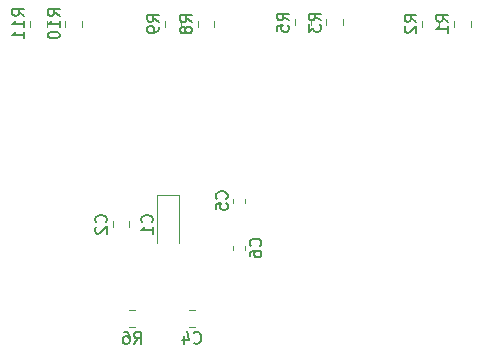
<source format=gbr>
%TF.GenerationSoftware,KiCad,Pcbnew,5.1.5-52549c5~84~ubuntu19.04.1*%
%TF.CreationDate,2020-02-04T18:47:48+03:00*%
%TF.ProjectId,RGBcontroller_V1,52474263-6f6e-4747-926f-6c6c65725f56,rev?*%
%TF.SameCoordinates,Original*%
%TF.FileFunction,Legend,Bot*%
%TF.FilePolarity,Positive*%
%FSLAX46Y46*%
G04 Gerber Fmt 4.6, Leading zero omitted, Abs format (unit mm)*
G04 Created by KiCad (PCBNEW 5.1.5-52549c5~84~ubuntu19.04.1) date 2020-02-04 18:47:48*
%MOMM*%
%LPD*%
G04 APERTURE LIST*
%ADD10C,0.120000*%
%ADD11C,0.150000*%
G04 APERTURE END LIST*
D10*
X114710000Y-61741422D02*
X114710000Y-62258578D01*
X113290000Y-61741422D02*
X113290000Y-62258578D01*
X117710000Y-61741422D02*
X117710000Y-62258578D01*
X116290000Y-61741422D02*
X116290000Y-62258578D01*
X126110000Y-61741422D02*
X126110000Y-62258578D01*
X124690000Y-61741422D02*
X124690000Y-62258578D01*
X128910000Y-61778922D02*
X128910000Y-62296078D01*
X127490000Y-61778922D02*
X127490000Y-62296078D01*
X121678922Y-86290000D02*
X122196078Y-86290000D01*
X121678922Y-87710000D02*
X122196078Y-87710000D01*
X137110000Y-61641422D02*
X137110000Y-62158578D01*
X135690000Y-61641422D02*
X135690000Y-62158578D01*
X139810000Y-61641422D02*
X139810000Y-62158578D01*
X138390000Y-61641422D02*
X138390000Y-62158578D01*
X147910000Y-61741422D02*
X147910000Y-62258578D01*
X146490000Y-61741422D02*
X146490000Y-62258578D01*
X150610000Y-61741422D02*
X150610000Y-62258578D01*
X149190000Y-61741422D02*
X149190000Y-62258578D01*
X130490000Y-81171267D02*
X130490000Y-80828733D01*
X131510000Y-81171267D02*
X131510000Y-80828733D01*
X131510000Y-76828733D02*
X131510000Y-77171267D01*
X130490000Y-76828733D02*
X130490000Y-77171267D01*
X126741422Y-86290000D02*
X127258578Y-86290000D01*
X126741422Y-87710000D02*
X127258578Y-87710000D01*
X121710000Y-78738748D02*
X121710000Y-79261252D01*
X120290000Y-78738748D02*
X120290000Y-79261252D01*
X125935000Y-76515000D02*
X125935000Y-80600000D01*
X124065000Y-76515000D02*
X125935000Y-76515000D01*
X124065000Y-80600000D02*
X124065000Y-76515000D01*
D11*
X112802380Y-61357142D02*
X112326190Y-61023809D01*
X112802380Y-60785714D02*
X111802380Y-60785714D01*
X111802380Y-61166666D01*
X111850000Y-61261904D01*
X111897619Y-61309523D01*
X111992857Y-61357142D01*
X112135714Y-61357142D01*
X112230952Y-61309523D01*
X112278571Y-61261904D01*
X112326190Y-61166666D01*
X112326190Y-60785714D01*
X112802380Y-62309523D02*
X112802380Y-61738095D01*
X112802380Y-62023809D02*
X111802380Y-62023809D01*
X111945238Y-61928571D01*
X112040476Y-61833333D01*
X112088095Y-61738095D01*
X112802380Y-63261904D02*
X112802380Y-62690476D01*
X112802380Y-62976190D02*
X111802380Y-62976190D01*
X111945238Y-62880952D01*
X112040476Y-62785714D01*
X112088095Y-62690476D01*
X115802380Y-61357142D02*
X115326190Y-61023809D01*
X115802380Y-60785714D02*
X114802380Y-60785714D01*
X114802380Y-61166666D01*
X114850000Y-61261904D01*
X114897619Y-61309523D01*
X114992857Y-61357142D01*
X115135714Y-61357142D01*
X115230952Y-61309523D01*
X115278571Y-61261904D01*
X115326190Y-61166666D01*
X115326190Y-60785714D01*
X115802380Y-62309523D02*
X115802380Y-61738095D01*
X115802380Y-62023809D02*
X114802380Y-62023809D01*
X114945238Y-61928571D01*
X115040476Y-61833333D01*
X115088095Y-61738095D01*
X114802380Y-62928571D02*
X114802380Y-63023809D01*
X114850000Y-63119047D01*
X114897619Y-63166666D01*
X114992857Y-63214285D01*
X115183333Y-63261904D01*
X115421428Y-63261904D01*
X115611904Y-63214285D01*
X115707142Y-63166666D01*
X115754761Y-63119047D01*
X115802380Y-63023809D01*
X115802380Y-62928571D01*
X115754761Y-62833333D01*
X115707142Y-62785714D01*
X115611904Y-62738095D01*
X115421428Y-62690476D01*
X115183333Y-62690476D01*
X114992857Y-62738095D01*
X114897619Y-62785714D01*
X114850000Y-62833333D01*
X114802380Y-62928571D01*
X124202380Y-61833333D02*
X123726190Y-61500000D01*
X124202380Y-61261904D02*
X123202380Y-61261904D01*
X123202380Y-61642857D01*
X123250000Y-61738095D01*
X123297619Y-61785714D01*
X123392857Y-61833333D01*
X123535714Y-61833333D01*
X123630952Y-61785714D01*
X123678571Y-61738095D01*
X123726190Y-61642857D01*
X123726190Y-61261904D01*
X124202380Y-62309523D02*
X124202380Y-62500000D01*
X124154761Y-62595238D01*
X124107142Y-62642857D01*
X123964285Y-62738095D01*
X123773809Y-62785714D01*
X123392857Y-62785714D01*
X123297619Y-62738095D01*
X123250000Y-62690476D01*
X123202380Y-62595238D01*
X123202380Y-62404761D01*
X123250000Y-62309523D01*
X123297619Y-62261904D01*
X123392857Y-62214285D01*
X123630952Y-62214285D01*
X123726190Y-62261904D01*
X123773809Y-62309523D01*
X123821428Y-62404761D01*
X123821428Y-62595238D01*
X123773809Y-62690476D01*
X123726190Y-62738095D01*
X123630952Y-62785714D01*
X127002380Y-61870833D02*
X126526190Y-61537500D01*
X127002380Y-61299404D02*
X126002380Y-61299404D01*
X126002380Y-61680357D01*
X126050000Y-61775595D01*
X126097619Y-61823214D01*
X126192857Y-61870833D01*
X126335714Y-61870833D01*
X126430952Y-61823214D01*
X126478571Y-61775595D01*
X126526190Y-61680357D01*
X126526190Y-61299404D01*
X126430952Y-62442261D02*
X126383333Y-62347023D01*
X126335714Y-62299404D01*
X126240476Y-62251785D01*
X126192857Y-62251785D01*
X126097619Y-62299404D01*
X126050000Y-62347023D01*
X126002380Y-62442261D01*
X126002380Y-62632738D01*
X126050000Y-62727976D01*
X126097619Y-62775595D01*
X126192857Y-62823214D01*
X126240476Y-62823214D01*
X126335714Y-62775595D01*
X126383333Y-62727976D01*
X126430952Y-62632738D01*
X126430952Y-62442261D01*
X126478571Y-62347023D01*
X126526190Y-62299404D01*
X126621428Y-62251785D01*
X126811904Y-62251785D01*
X126907142Y-62299404D01*
X126954761Y-62347023D01*
X127002380Y-62442261D01*
X127002380Y-62632738D01*
X126954761Y-62727976D01*
X126907142Y-62775595D01*
X126811904Y-62823214D01*
X126621428Y-62823214D01*
X126526190Y-62775595D01*
X126478571Y-62727976D01*
X126430952Y-62632738D01*
X122104166Y-89102380D02*
X122437500Y-88626190D01*
X122675595Y-89102380D02*
X122675595Y-88102380D01*
X122294642Y-88102380D01*
X122199404Y-88150000D01*
X122151785Y-88197619D01*
X122104166Y-88292857D01*
X122104166Y-88435714D01*
X122151785Y-88530952D01*
X122199404Y-88578571D01*
X122294642Y-88626190D01*
X122675595Y-88626190D01*
X121247023Y-88102380D02*
X121437500Y-88102380D01*
X121532738Y-88150000D01*
X121580357Y-88197619D01*
X121675595Y-88340476D01*
X121723214Y-88530952D01*
X121723214Y-88911904D01*
X121675595Y-89007142D01*
X121627976Y-89054761D01*
X121532738Y-89102380D01*
X121342261Y-89102380D01*
X121247023Y-89054761D01*
X121199404Y-89007142D01*
X121151785Y-88911904D01*
X121151785Y-88673809D01*
X121199404Y-88578571D01*
X121247023Y-88530952D01*
X121342261Y-88483333D01*
X121532738Y-88483333D01*
X121627976Y-88530952D01*
X121675595Y-88578571D01*
X121723214Y-88673809D01*
X135202380Y-61733333D02*
X134726190Y-61400000D01*
X135202380Y-61161904D02*
X134202380Y-61161904D01*
X134202380Y-61542857D01*
X134250000Y-61638095D01*
X134297619Y-61685714D01*
X134392857Y-61733333D01*
X134535714Y-61733333D01*
X134630952Y-61685714D01*
X134678571Y-61638095D01*
X134726190Y-61542857D01*
X134726190Y-61161904D01*
X134202380Y-62638095D02*
X134202380Y-62161904D01*
X134678571Y-62114285D01*
X134630952Y-62161904D01*
X134583333Y-62257142D01*
X134583333Y-62495238D01*
X134630952Y-62590476D01*
X134678571Y-62638095D01*
X134773809Y-62685714D01*
X135011904Y-62685714D01*
X135107142Y-62638095D01*
X135154761Y-62590476D01*
X135202380Y-62495238D01*
X135202380Y-62257142D01*
X135154761Y-62161904D01*
X135107142Y-62114285D01*
X137902380Y-61733333D02*
X137426190Y-61400000D01*
X137902380Y-61161904D02*
X136902380Y-61161904D01*
X136902380Y-61542857D01*
X136950000Y-61638095D01*
X136997619Y-61685714D01*
X137092857Y-61733333D01*
X137235714Y-61733333D01*
X137330952Y-61685714D01*
X137378571Y-61638095D01*
X137426190Y-61542857D01*
X137426190Y-61161904D01*
X136902380Y-62066666D02*
X136902380Y-62685714D01*
X137283333Y-62352380D01*
X137283333Y-62495238D01*
X137330952Y-62590476D01*
X137378571Y-62638095D01*
X137473809Y-62685714D01*
X137711904Y-62685714D01*
X137807142Y-62638095D01*
X137854761Y-62590476D01*
X137902380Y-62495238D01*
X137902380Y-62209523D01*
X137854761Y-62114285D01*
X137807142Y-62066666D01*
X146002380Y-61833333D02*
X145526190Y-61500000D01*
X146002380Y-61261904D02*
X145002380Y-61261904D01*
X145002380Y-61642857D01*
X145050000Y-61738095D01*
X145097619Y-61785714D01*
X145192857Y-61833333D01*
X145335714Y-61833333D01*
X145430952Y-61785714D01*
X145478571Y-61738095D01*
X145526190Y-61642857D01*
X145526190Y-61261904D01*
X145097619Y-62214285D02*
X145050000Y-62261904D01*
X145002380Y-62357142D01*
X145002380Y-62595238D01*
X145050000Y-62690476D01*
X145097619Y-62738095D01*
X145192857Y-62785714D01*
X145288095Y-62785714D01*
X145430952Y-62738095D01*
X146002380Y-62166666D01*
X146002380Y-62785714D01*
X148702380Y-61833333D02*
X148226190Y-61500000D01*
X148702380Y-61261904D02*
X147702380Y-61261904D01*
X147702380Y-61642857D01*
X147750000Y-61738095D01*
X147797619Y-61785714D01*
X147892857Y-61833333D01*
X148035714Y-61833333D01*
X148130952Y-61785714D01*
X148178571Y-61738095D01*
X148226190Y-61642857D01*
X148226190Y-61261904D01*
X148702380Y-62785714D02*
X148702380Y-62214285D01*
X148702380Y-62500000D02*
X147702380Y-62500000D01*
X147845238Y-62404761D01*
X147940476Y-62309523D01*
X147988095Y-62214285D01*
X132787142Y-80833333D02*
X132834761Y-80785714D01*
X132882380Y-80642857D01*
X132882380Y-80547619D01*
X132834761Y-80404761D01*
X132739523Y-80309523D01*
X132644285Y-80261904D01*
X132453809Y-80214285D01*
X132310952Y-80214285D01*
X132120476Y-80261904D01*
X132025238Y-80309523D01*
X131930000Y-80404761D01*
X131882380Y-80547619D01*
X131882380Y-80642857D01*
X131930000Y-80785714D01*
X131977619Y-80833333D01*
X131882380Y-81690476D02*
X131882380Y-81500000D01*
X131930000Y-81404761D01*
X131977619Y-81357142D01*
X132120476Y-81261904D01*
X132310952Y-81214285D01*
X132691904Y-81214285D01*
X132787142Y-81261904D01*
X132834761Y-81309523D01*
X132882380Y-81404761D01*
X132882380Y-81595238D01*
X132834761Y-81690476D01*
X132787142Y-81738095D01*
X132691904Y-81785714D01*
X132453809Y-81785714D01*
X132358571Y-81738095D01*
X132310952Y-81690476D01*
X132263333Y-81595238D01*
X132263333Y-81404761D01*
X132310952Y-81309523D01*
X132358571Y-81261904D01*
X132453809Y-81214285D01*
X129927142Y-76833333D02*
X129974761Y-76785714D01*
X130022380Y-76642857D01*
X130022380Y-76547619D01*
X129974761Y-76404761D01*
X129879523Y-76309523D01*
X129784285Y-76261904D01*
X129593809Y-76214285D01*
X129450952Y-76214285D01*
X129260476Y-76261904D01*
X129165238Y-76309523D01*
X129070000Y-76404761D01*
X129022380Y-76547619D01*
X129022380Y-76642857D01*
X129070000Y-76785714D01*
X129117619Y-76833333D01*
X129022380Y-77738095D02*
X129022380Y-77261904D01*
X129498571Y-77214285D01*
X129450952Y-77261904D01*
X129403333Y-77357142D01*
X129403333Y-77595238D01*
X129450952Y-77690476D01*
X129498571Y-77738095D01*
X129593809Y-77785714D01*
X129831904Y-77785714D01*
X129927142Y-77738095D01*
X129974761Y-77690476D01*
X130022380Y-77595238D01*
X130022380Y-77357142D01*
X129974761Y-77261904D01*
X129927142Y-77214285D01*
X127166666Y-89007142D02*
X127214285Y-89054761D01*
X127357142Y-89102380D01*
X127452380Y-89102380D01*
X127595238Y-89054761D01*
X127690476Y-88959523D01*
X127738095Y-88864285D01*
X127785714Y-88673809D01*
X127785714Y-88530952D01*
X127738095Y-88340476D01*
X127690476Y-88245238D01*
X127595238Y-88150000D01*
X127452380Y-88102380D01*
X127357142Y-88102380D01*
X127214285Y-88150000D01*
X127166666Y-88197619D01*
X126309523Y-88435714D02*
X126309523Y-89102380D01*
X126547619Y-88054761D02*
X126785714Y-88769047D01*
X126166666Y-88769047D01*
X119707142Y-78833333D02*
X119754761Y-78785714D01*
X119802380Y-78642857D01*
X119802380Y-78547619D01*
X119754761Y-78404761D01*
X119659523Y-78309523D01*
X119564285Y-78261904D01*
X119373809Y-78214285D01*
X119230952Y-78214285D01*
X119040476Y-78261904D01*
X118945238Y-78309523D01*
X118850000Y-78404761D01*
X118802380Y-78547619D01*
X118802380Y-78642857D01*
X118850000Y-78785714D01*
X118897619Y-78833333D01*
X118897619Y-79214285D02*
X118850000Y-79261904D01*
X118802380Y-79357142D01*
X118802380Y-79595238D01*
X118850000Y-79690476D01*
X118897619Y-79738095D01*
X118992857Y-79785714D01*
X119088095Y-79785714D01*
X119230952Y-79738095D01*
X119802380Y-79166666D01*
X119802380Y-79785714D01*
X123607142Y-78833333D02*
X123654761Y-78785714D01*
X123702380Y-78642857D01*
X123702380Y-78547619D01*
X123654761Y-78404761D01*
X123559523Y-78309523D01*
X123464285Y-78261904D01*
X123273809Y-78214285D01*
X123130952Y-78214285D01*
X122940476Y-78261904D01*
X122845238Y-78309523D01*
X122750000Y-78404761D01*
X122702380Y-78547619D01*
X122702380Y-78642857D01*
X122750000Y-78785714D01*
X122797619Y-78833333D01*
X123702380Y-79785714D02*
X123702380Y-79214285D01*
X123702380Y-79500000D02*
X122702380Y-79500000D01*
X122845238Y-79404761D01*
X122940476Y-79309523D01*
X122988095Y-79214285D01*
M02*

</source>
